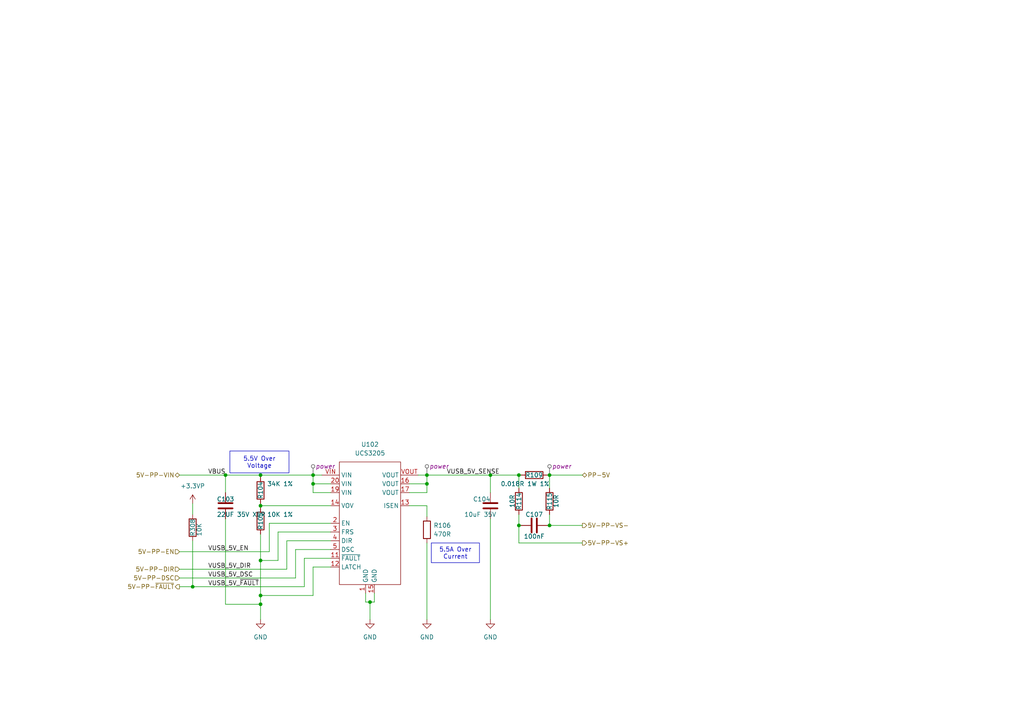
<source format=kicad_sch>
(kicad_sch (version 20230121) (generator eeschema)
  (paper "A4")
  (lib_symbols
    (symbol "Device:C" (pin_numbers hide) (pin_names (offset 0.254))
      (property "Reference" "C" (at 0.635 2.54 0))
      (property "Value" "C" (at 0.635 -2.54 0))
      (symbol "C_0_1"
        (polyline (pts (xy -2.032 -0.762) (xy 2.032 -0.762)) (stroke (width 0.508)))
        (polyline (pts (xy -2.032 0.762) (xy 2.032 0.762)) (stroke (width 0.508)))
      )
      (symbol "C_1_1"
        (pin passive line (at 0 3.81 270) (length 2.794) (name "~") (number "1"))
        (pin passive line (at 0 -3.81 90) (length 2.794) (name "~") (number "2"))
      )
    )
    (symbol "Device:R" (pin_numbers hide) (pin_names (offset 0))
      (property "Reference" "R" (at 2.032 0 90))
      (property "Value" "R" (at 0 0 90))
      (symbol "R_0_1"
        (rectangle (start -1.016 -2.54) (end 1.016 2.54) (stroke (width 0.254)))
      )
      (symbol "R_1_1"
        (pin passive line (at 0 3.81 270) (length 1.27) (name "~") (number "1"))
        (pin passive line (at 0 -3.81 90) (length 1.27) (name "~") (number "2"))
      )
    )
    (symbol "power:+3.3VP" (power) (pin_names (offset 0))
      (property "Value" "+3.3VP" (at 0 2.54 0))
      (symbol "+3.3VP_0_0"
        (pin power_in line (at 0 0 90) (length 0) hide (name "+3.3VP") (number "1"))
      )
      (symbol "+3.3VP_0_1"
        (polyline (pts (xy -0.762 1.27) (xy 0 2.54)))
        (polyline (pts (xy 0 0) (xy 0 2.54)))
        (polyline (pts (xy 0 2.54) (xy 0.762 1.27)))
      )
    )
    (symbol "power:GND" (power) (pin_names (offset 0))
      (property "Value" "GND" (at 0 -3.81 0))
      (symbol "GND_0_1"
        (polyline (pts (xy 0 0) (xy 0 -1.27) (xy 1.27 -1.27) (xy 0 -2.54) (xy -1.27 -1.27) (xy 0 -1.27)))
      )
      (symbol "GND_1_1"
        (pin power_in line (at 0 0 270) (length 0) hide (name "GND") (number "1"))
      )
    )
    (symbol "usb-c:UCS3205"
      (property "Reference" "U" (at 0 0 0))
      (property "Value" "UCS3205" (at 0 0 0))
      (symbol "UCS3205_0_1"
        (rectangle (start -8.89 17.78) (end 8.89 -17.78))
      )
      (symbol "UCS3205_1_1"
        (pin power_in line (at -1.27 -20.32 90) (length 2.54) (name "GND") (number "1"))
        (pin no_connect line (at 8.89 -16.51 180) (length 0) hide (name "NC") (number "10"))
        (pin open_collector line (at -11.43 -10.16 0) (length 2.54) (name "~{FAULT}") (number "11"))
        (pin input line (at -11.43 -12.7 0) (length 2.54) (name "LATCH") (number "12"))
        (pin output line (at 11.43 5.08 180) (length 2.54) (name "ISEN") (number "13"))
        (pin input line (at -11.43 5.08 0) (length 2.54) (name "VOV") (number "14"))
        (pin power_in line (at 1.27 -20.32 90) (length 2.54) (name "GND") (number "15"))
        (pin bidirectional line (at 11.43 11.43 180) (length 2.54) (name "VOUT") (number "16"))
        (pin bidirectional line (at 11.43 8.89 180) (length 2.54) (name "VOUT") (number "17"))
        (pin bidirectional line (at -11.43 8.89 0) (length 2.54) (name "VIN") (number "19"))
        (pin input line (at -11.43 0 0) (length 2.54) (name "EN") (number "2"))
        (pin bidirectional line (at -11.43 11.43 0) (length 2.54) (name "VIN") (number "20"))
        (pin input line (at -11.43 -2.54 0) (length 2.54) (name "FRS") (number "3"))
        (pin input line (at -11.43 -5.08 0) (length 2.54) (name "DIR") (number "4"))
        (pin input line (at -11.43 -7.62 0) (length 2.54) (name "DSC") (number "5"))
        (pin no_connect line (at 8.89 -13.97 180) (length 0) hide (name "NC") (number "6"))
        (pin no_connect line (at 8.89 -11.43 180) (length 0) hide (name "NC") (number "7"))
        (pin no_connect line (at 8.89 -8.89 180) (length 0) hide (name "NC") (number "8"))
        (pin no_connect line (at 8.89 -6.35 180) (length 0) hide (name "NC") (number "9"))
        (pin bidirectional line (at -13.97 13.97 0) (length 5.08) (name "VIN") (number "VIN"))
        (pin bidirectional line (at 13.97 13.97 180) (length 5.08) (name "VOUT") (number "VOUT"))
      )
    )
  )
  (junction (at 107.315 174.625))
  (junction (at 75.565 175.26))
  (junction (at 75.565 172.72))
  (junction (at 90.805 137.795))
  (junction (at 150.495 137.795))
  (junction (at 55.88 170.18))
  (junction (at 159.385 152.4))
  (junction (at 150.495 152.4))
  (junction (at 75.565 162.56))
  (junction (at 123.825 137.795))
  (junction (at 75.565 137.795))
  (junction (at 75.565 146.685))
  (junction (at 123.825 140.335))
  (junction (at 142.24 137.795))
  (junction (at 65.405 137.795))
  (junction (at 159.385 137.795))
  (junction (at 90.805 140.335))
  (wire (pts (xy 95.885 146.685) (xy 75.565 146.685)))
  (wire (pts (xy 142.24 137.795) (xy 150.495 137.795)))
  (wire (pts (xy 55.88 156.845) (xy 55.88 170.18)))
  (wire (pts (xy 52.07 137.795) (xy 65.405 137.795)))
  (wire (pts (xy 78.105 151.765) (xy 78.105 160.02)))
  (wire (pts (xy 106.045 172.085) (xy 106.045 174.625)))
  (wire (pts (xy 159.385 152.4) (xy 158.75 152.4)))
  (wire (pts (xy 95.885 159.385) (xy 85.725 159.385)))
  (wire (pts (xy 90.805 142.875) (xy 95.885 142.875)))
  (wire (pts (xy 75.565 146.685) (xy 75.565 147.32)))
  (wire (pts (xy 93.345 137.795) (xy 90.805 137.795)))
  (wire (pts (xy 55.88 146.05) (xy 55.88 149.225)))
  (wire (pts (xy 123.825 140.335) (xy 123.825 137.795)))
  (wire (pts (xy 90.805 140.335) (xy 90.805 142.875)))
  (wire (pts (xy 159.385 152.4) (xy 168.91 152.4)))
  (wire (pts (xy 150.495 149.225) (xy 150.495 152.4)))
  (wire (pts (xy 90.805 164.465) (xy 90.805 172.72)))
  (wire (pts (xy 52.07 165.1) (xy 83.185 165.1)))
  (wire (pts (xy 52.07 170.18) (xy 55.88 170.18)))
  (wire (pts (xy 159.385 137.795) (xy 159.385 141.605)))
  (wire (pts (xy 80.645 154.305) (xy 80.645 162.56)))
  (wire (pts (xy 90.805 137.795) (xy 90.805 140.335)))
  (wire (pts (xy 75.565 154.94) (xy 75.565 162.56)))
  (wire (pts (xy 75.565 146.685) (xy 75.565 146.05)))
  (wire (pts (xy 123.825 142.875) (xy 123.825 140.335)))
  (wire (pts (xy 65.405 142.875) (xy 65.405 137.795)))
  (wire (pts (xy 150.495 137.795) (xy 150.495 141.605)))
  (wire (pts (xy 83.185 156.845) (xy 83.185 165.1)))
  (wire (pts (xy 168.91 157.48) (xy 150.495 157.48)))
  (wire (pts (xy 65.405 150.495) (xy 65.405 175.26)))
  (wire (pts (xy 85.725 159.385) (xy 85.725 167.64)))
  (wire (pts (xy 123.825 157.48) (xy 123.825 179.705)))
  (wire (pts (xy 88.265 161.925) (xy 88.265 170.18)))
  (wire (pts (xy 150.495 137.795) (xy 151.13 137.795)))
  (wire (pts (xy 65.405 175.26) (xy 75.565 175.26)))
  (wire (pts (xy 65.405 137.795) (xy 75.565 137.795)))
  (wire (pts (xy 95.885 151.765) (xy 78.105 151.765)))
  (wire (pts (xy 159.385 137.795) (xy 168.91 137.795)))
  (wire (pts (xy 108.585 174.625) (xy 108.585 172.085)))
  (wire (pts (xy 107.315 174.625) (xy 107.315 179.705)))
  (wire (pts (xy 75.565 172.72) (xy 90.805 172.72)))
  (wire (pts (xy 95.885 164.465) (xy 90.805 164.465)))
  (wire (pts (xy 150.495 152.4) (xy 151.13 152.4)))
  (wire (pts (xy 159.385 149.225) (xy 159.385 152.4)))
  (wire (pts (xy 123.825 146.685) (xy 123.825 149.86)))
  (wire (pts (xy 118.745 140.335) (xy 123.825 140.335)))
  (wire (pts (xy 158.75 137.795) (xy 159.385 137.795)))
  (wire (pts (xy 118.745 142.875) (xy 123.825 142.875)))
  (wire (pts (xy 107.315 174.625) (xy 108.585 174.625)))
  (wire (pts (xy 75.565 162.56) (xy 75.565 172.72)))
  (wire (pts (xy 150.495 157.48) (xy 150.495 152.4)))
  (wire (pts (xy 95.885 161.925) (xy 88.265 161.925)))
  (wire (pts (xy 95.885 154.305) (xy 80.645 154.305)))
  (wire (pts (xy 123.825 137.795) (xy 121.285 137.795)))
  (wire (pts (xy 75.565 175.26) (xy 75.565 179.705)))
  (wire (pts (xy 75.565 162.56) (xy 80.645 162.56)))
  (wire (pts (xy 75.565 137.795) (xy 90.805 137.795)))
  (wire (pts (xy 95.885 156.845) (xy 83.185 156.845)))
  (wire (pts (xy 52.07 167.64) (xy 85.725 167.64)))
  (wire (pts (xy 142.24 150.495) (xy 142.24 179.705)))
  (wire (pts (xy 106.045 174.625) (xy 107.315 174.625)))
  (wire (pts (xy 142.24 142.875) (xy 142.24 137.795)))
  (wire (pts (xy 118.745 146.685) (xy 123.825 146.685)))
  (wire (pts (xy 52.07 160.02) (xy 78.105 160.02)))
  (wire (pts (xy 142.24 137.795) (xy 123.825 137.795)))
  (wire (pts (xy 90.805 140.335) (xy 95.885 140.335)))
  (wire (pts (xy 75.565 172.72) (xy 75.565 175.26)))
  (wire (pts (xy 75.565 137.795) (xy 75.565 138.43)))
  (wire (pts (xy 55.88 170.18) (xy 88.265 170.18)))
  (text_box "5.5A Over Current" (at 125.095 157.48 0) (size 13.97 5.715) (effects (font (size 1.27 1.27))))
  (text_box "5.5V Over Voltage" (at 66.675 130.81 0) (size 17.145 6.35) (effects (font (size 1.27 1.27))))
  (label "VUSB_5V_EN" (at 60.325 160.02 0))
  (label "VUSB_5V_SENSE" (at 129.54 137.795 0))
  (label "VUSB_5V_DIR" (at 60.325 165.1 0))
  (label "VUSB_5V_DSC" (at 60.325 167.64 0))
  (label "VUSB_5V_~{FAULT}" (at 60.325 170.18 0))
  (label "VBUS" (at 60.325 137.795 0))
  (hierarchical_label "5V-PP-DSC" (shape input) (at 52.07 167.64 180))
  (hierarchical_label "5V-PP-DIR" (shape input) (at 52.07 165.1 180))
  (hierarchical_label "5V-PP-VS+" (shape output) (at 168.91 157.48 0))
  (hierarchical_label "PP-5V" (shape bidirectional) (at 168.91 137.795 0))
  (hierarchical_label "5V-PP-EN" (shape input) (at 52.07 160.02 180))
  (hierarchical_label "5V-PP-~{FAULT}" (shape output) (at 52.07 170.18 180))
  (hierarchical_label "5V-PP-VIN" (shape bidirectional) (at 52.07 137.795 180))
  (hierarchical_label "5V-PP-VS-" (shape output) (at 168.91 152.4 0))
  (netclass_flag "" (length 2.54) (shape round) (at 123.825 137.795 0) (property "Netclass" "power" (at 124.5235 135.255 0) (effects (font italic) (justify left))))
  (netclass_flag "" (length 2.54) (shape round) (at 90.805 137.795 0) (property "Netclass" "power" (at 91.5035 135.255 0) (effects (font italic) (justify left))))
  (netclass_flag "" (length 2.54) (shape round) (at 159.385 137.795 0) (property "Netclass" "power" (at 160.0835 135.255 0) (effects (font italic) (justify left))))
  (symbol (lib_id "Device:C") (at 154.94 152.4 90) (unit 1)
    (property "Reference" "C107" (at 154.94 149.225 90))
    (property "Value" "100nF" (at 154.94 155.575 90))
    (property "Footprint" "Capacitor_SMD:C_0402_1005Metric" (effects hide))
    (instances (project "USB-C-SWITCH" (path "" (reference "C107") (unit 1)) (path "" (reference "C207") (unit 1)) (path "" (reference "C303") (unit 1))))
  )
  (symbol (lib_id "Device:C") (at 142.24 146.685 0) (unit 1)
    (property "Reference" "C104" (at 137.16 144.78 0) (effects (justify left)))
    (property "Value" "10uF 35V" (at 134.62 149.225 0) (effects (justify left)))
    (property "Footprint" "Capacitor_SMD:C_0805_2012Metric" (effects hide))
    (instances (project "USB-C-SWITCH" (path "" (reference "C104") (unit 1)) (path "" (reference "C205") (unit 1)) (path "" (reference "C302") (unit 1))))
  )
  (symbol (lib_id "power:GND") (at 75.565 179.705 0) (unit 1)
    (property "Reference" "#PWR0105" (effects hide))
    (property "Value" "GND" (at 75.565 184.785 0))
    (instances (project "USB-C-SWITCH" (path "" (reference "#PWR0105") (unit 1)) (path "" (reference "#PWR0209") (unit 1)) (path "" (reference "#PWR0302") (unit 1))))
  )
  (symbol (lib_id "Device:R") (at 75.565 142.24 0) (unit 1)
    (property "Reference" "R104" (at 75.565 144.78 90) (effects (justify left)))
    (property "Value" "34K 1%" (at 77.47 140.335 0) (effects (justify left)))
    (property "Footprint" "Resistor_SMD:R_0402_1005Metric" (effects hide))
    (instances (project "USB-C-SWITCH" (path "" (reference "R104") (unit 1)) (path "" (reference "R209") (unit 1)) (path "" (reference "R302") (unit 1))))
  )
  (symbol (lib_id "Device:R") (at 55.88 153.035 0) (unit 1)
    (property "Reference" "R308" (at 55.88 155.575 90) (effects (justify left)))
    (property "Value" "10K" (at 57.785 155.575 90) (effects (justify left)))
    (property "Footprint" "Resistor_SMD:R_0201_0603Metric" (effects hide))
    (instances (project "USB-C-FUSB302-PI" (path "" (reference "R308") (unit 1))) (project "USB-C-SWITCH" (path "" (reference "R308") (unit 1)) (path "" (reference "R407") (unit 1)) (path "" (reference "R306") (unit 1))) (project "usb-c-rp2040" (path "" (reference "R3") (unit 1)) (path "" (reference "R24") (unit 1))))
  )
  (symbol (lib_id "Device:R") (at 75.565 151.13 0) (unit 1)
    (property "Reference" "R105" (at 75.565 153.67 90) (effects (justify left)))
    (property "Value" "10K 1%" (at 77.47 149.225 0) (effects (justify left)))
    (property "Footprint" "Resistor_SMD:R_0402_1005Metric" (effects hide))
    (instances (project "USB-C-SWITCH" (path "" (reference "R105") (unit 1)) (path "" (reference "R214") (unit 1)) (path "" (reference "R305") (unit 1))))
  )
  (symbol (lib_id "power:GND") (at 142.24 179.705 0) (unit 1)
    (property "Reference" "#PWR0108" (effects hide))
    (property "Value" "GND" (at 142.24 184.785 0))
    (instances (project "USB-C-SWITCH" (path "" (reference "#PWR0108") (unit 1)) (path "" (reference "#PWR0212") (unit 1)) (path "" (reference "#PWR0305") (unit 1))))
  )
  (symbol (lib_id "Device:C") (at 65.405 146.685 0) (unit 1)
    (property "Reference" "C103" (at 62.865 144.78 0) (effects (justify left)))
    (property "Value" "22UF 35V X5R" (at 62.865 149.225 0) (effects (justify left)))
    (property "Footprint" "Capacitor_SMD:C_0805_2012Metric" (effects hide))
    (instances (project "USB-C-SWITCH" (path "" (reference "C103") (unit 1)) (path "" (reference "C204") (unit 1)) (path "" (reference "C301") (unit 1))))
  )
  (symbol (lib_id "Device:R") (at 123.825 153.67 0) (unit 1)
    (property "Reference" "R106" (at 125.73 152.4 0) (effects (justify left)))
    (property "Value" "470R" (at 125.73 154.94 0) (effects (justify left)))
    (property "Footprint" "Resistor_SMD:R_0402_1005Metric" (effects hide))
    (instances (project "USB-C-SWITCH" (path "" (reference "R106") (unit 1)) (path "" (reference "R215") (unit 1)) (path "" (reference "R307") (unit 1))))
  )
  (symbol (lib_id "power:+3.3VP") (at 55.88 146.05 0) (unit 1)
    (property "Reference" "#PWR0301" (effects hide))
    (property "Value" "+3.3VP" (at 55.88 140.97 0))
  )
  (symbol (lib_id "Device:R") (at 154.94 137.795 90) (unit 1)
    (property "Reference" "R109" (at 157.48 137.795 90) (effects (justify left)))
    (property "Value" "0.018R 1W 1%" (at 159.385 140.335 90) (effects (justify left)))
    (property "Footprint" "Resistor_SMD:R_1210_3225Metric" (effects hide))
    (instances (project "USB-C-SWITCH" (path "" (reference "R109") (unit 1)) (path "" (reference "R208") (unit 1)) (path "" (reference "R301") (unit 1))))
  )
  (symbol (lib_id "Device:R") (at 150.495 145.415 0) (unit 1)
    (property "Reference" "R114" (at 150.495 147.955 90) (effects (justify left)))
    (property "Value" "10R" (at 148.59 147.32 90) (effects (justify left)))
    (property "Footprint" "Resistor_SMD:R_0402_1005Metric" (effects hide))
    (instances (project "USB-C-SWITCH" (path "" (reference "R114") (unit 1)) (path "" (reference "R212") (unit 1)) (path "" (reference "R303") (unit 1))))
  )
  (symbol (lib_id "Device:R") (at 159.385 145.415 0) (unit 1)
    (property "Reference" "R115" (at 159.385 147.955 90) (effects (justify left)))
    (property "Value" "10R" (at 161.29 147.32 90) (effects (justify left)))
    (property "Footprint" "Resistor_SMD:R_0402_1005Metric" (effects hide))
    (instances (project "USB-C-SWITCH" (path "" (reference "R115") (unit 1)) (path "" (reference "R213") (unit 1)) (path "" (reference "R304") (unit 1))))
  )
  (symbol (lib_id "power:GND") (at 107.315 179.705 0) (unit 1)
    (property "Reference" "#PWR0106" (effects hide))
    (property "Value" "GND" (at 107.315 184.785 0))
    (instances (project "USB-C-SWITCH" (path "" (reference "#PWR0106") (unit 1)) (path "" (reference "#PWR0210") (unit 1)) (path "" (reference "#PWR0303") (unit 1))))
  )
  (symbol (lib_id "usb-c:UCS3205") (at 107.315 151.765 0) (unit 1)
    (property "Reference" "U102" (at 107.315 128.905 0))
    (property "Value" "UCS3205" (at 107.315 131.445 0))
    (property "Footprint" "usb-c:19-VQFN-Q8A-3x3x0.9-2EP" (effects hide))
    (property "Datasheet" "https://ww1.microchip.com/downloads/aemDocuments/documents/APID/ProductDocuments/DataSheets/UCS3205-Data-Sheet-DS20006433A.pdf" (effects hide))
    (instances (project "USB-C-SWITCH" (path "" (reference "U102") (unit 1)) (path "" (reference "U202") (unit 1)) (path "" (reference "U301") (unit 1))))
  )
  (symbol (lib_id "power:GND") (at 123.825 179.705 0) (unit 1)
    (property "Reference" "#PWR0107" (effects hide))
    (property "Value" "GND" (at 123.825 184.785 0))
    (instances (project "USB-C-SWITCH" (path "" (reference "#PWR0107") (unit 1)) (path "" (reference "#PWR0211") (unit 1)) (path "" (reference "#PWR0304") (unit 1))))
  )
)
</source>
